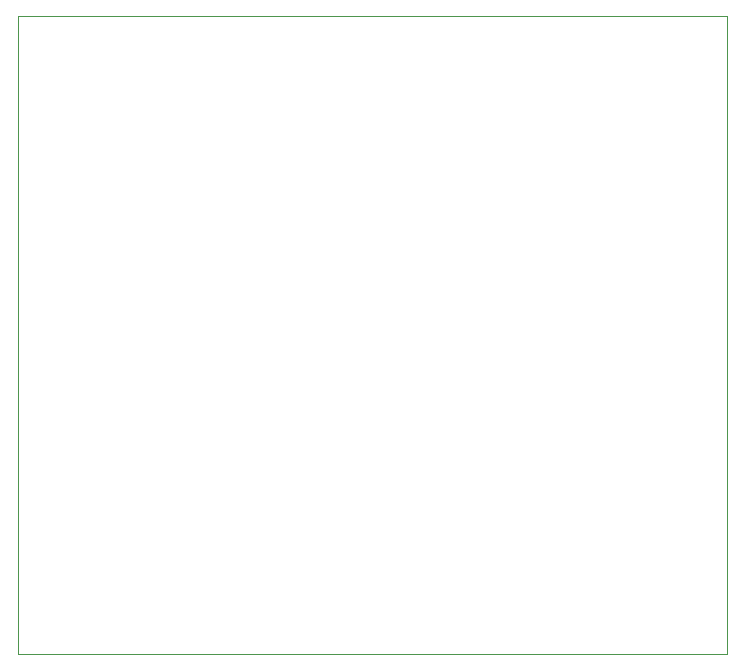
<source format=gm1>
%TF.GenerationSoftware,KiCad,Pcbnew,8.0.4*%
%TF.CreationDate,2024-08-14T15:44:39+01:00*%
%TF.ProjectId,PicoChain,5069636f-4368-4616-996e-2e6b69636164,rev?*%
%TF.SameCoordinates,Original*%
%TF.FileFunction,Profile,NP*%
%FSLAX46Y46*%
G04 Gerber Fmt 4.6, Leading zero omitted, Abs format (unit mm)*
G04 Created by KiCad (PCBNEW 8.0.4) date 2024-08-14 15:44:39*
%MOMM*%
%LPD*%
G01*
G04 APERTURE LIST*
%TA.AperFunction,Profile*%
%ADD10C,0.025400*%
%TD*%
G04 APERTURE END LIST*
D10*
X186000000Y-122000000D02*
X126000000Y-122000000D01*
X126000000Y-68000000D02*
X186000000Y-68000000D01*
X126000000Y-122000000D02*
X126000000Y-68000000D01*
X186000000Y-68000000D02*
X186000000Y-122000000D01*
M02*

</source>
